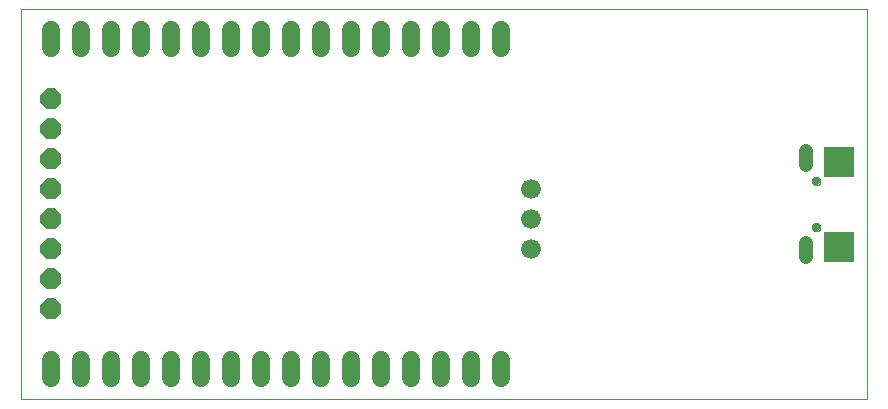
<source format=gbs>
G75*
%MOIN*%
%OFA0B0*%
%FSLAX25Y25*%
%IPPOS*%
%LPD*%
%AMOC8*
5,1,8,0,0,1.08239X$1,22.5*
%
%ADD10C,0.00000*%
%ADD11C,0.05906*%
%ADD12OC8,0.07000*%
%ADD13C,0.06600*%
%ADD14C,0.04724*%
%ADD15R,0.09843X0.09843*%
%ADD16C,0.02756*%
D10*
X0001300Y0001300D02*
X0001300Y0131300D01*
X0283221Y0131300D01*
X0283221Y0001300D01*
X0001300Y0001300D01*
X0264922Y0058623D02*
X0264924Y0058697D01*
X0264930Y0058771D01*
X0264940Y0058844D01*
X0264954Y0058917D01*
X0264971Y0058989D01*
X0264993Y0059059D01*
X0265018Y0059129D01*
X0265047Y0059197D01*
X0265080Y0059263D01*
X0265116Y0059328D01*
X0265156Y0059390D01*
X0265198Y0059451D01*
X0265244Y0059509D01*
X0265293Y0059564D01*
X0265345Y0059617D01*
X0265400Y0059667D01*
X0265457Y0059713D01*
X0265517Y0059757D01*
X0265579Y0059797D01*
X0265643Y0059834D01*
X0265709Y0059868D01*
X0265777Y0059898D01*
X0265846Y0059924D01*
X0265917Y0059947D01*
X0265988Y0059965D01*
X0266061Y0059980D01*
X0266134Y0059991D01*
X0266208Y0059998D01*
X0266282Y0060001D01*
X0266355Y0060000D01*
X0266429Y0059995D01*
X0266503Y0059986D01*
X0266576Y0059973D01*
X0266648Y0059956D01*
X0266719Y0059936D01*
X0266789Y0059911D01*
X0266857Y0059883D01*
X0266924Y0059852D01*
X0266989Y0059816D01*
X0267052Y0059778D01*
X0267113Y0059736D01*
X0267172Y0059690D01*
X0267228Y0059642D01*
X0267281Y0059591D01*
X0267331Y0059537D01*
X0267379Y0059480D01*
X0267423Y0059421D01*
X0267465Y0059359D01*
X0267503Y0059296D01*
X0267537Y0059230D01*
X0267568Y0059163D01*
X0267595Y0059094D01*
X0267618Y0059024D01*
X0267638Y0058953D01*
X0267654Y0058880D01*
X0267666Y0058807D01*
X0267674Y0058734D01*
X0267678Y0058660D01*
X0267678Y0058586D01*
X0267674Y0058512D01*
X0267666Y0058439D01*
X0267654Y0058366D01*
X0267638Y0058293D01*
X0267618Y0058222D01*
X0267595Y0058152D01*
X0267568Y0058083D01*
X0267537Y0058016D01*
X0267503Y0057950D01*
X0267465Y0057887D01*
X0267423Y0057825D01*
X0267379Y0057766D01*
X0267331Y0057709D01*
X0267281Y0057655D01*
X0267228Y0057604D01*
X0267172Y0057556D01*
X0267113Y0057510D01*
X0267052Y0057468D01*
X0266989Y0057430D01*
X0266924Y0057394D01*
X0266857Y0057363D01*
X0266789Y0057335D01*
X0266719Y0057310D01*
X0266648Y0057290D01*
X0266576Y0057273D01*
X0266503Y0057260D01*
X0266429Y0057251D01*
X0266355Y0057246D01*
X0266282Y0057245D01*
X0266208Y0057248D01*
X0266134Y0057255D01*
X0266061Y0057266D01*
X0265988Y0057281D01*
X0265917Y0057299D01*
X0265846Y0057322D01*
X0265777Y0057348D01*
X0265709Y0057378D01*
X0265643Y0057412D01*
X0265579Y0057449D01*
X0265517Y0057489D01*
X0265457Y0057533D01*
X0265400Y0057579D01*
X0265345Y0057629D01*
X0265293Y0057682D01*
X0265244Y0057737D01*
X0265198Y0057795D01*
X0265156Y0057856D01*
X0265116Y0057918D01*
X0265080Y0057983D01*
X0265047Y0058049D01*
X0265018Y0058117D01*
X0264993Y0058187D01*
X0264971Y0058257D01*
X0264954Y0058329D01*
X0264940Y0058402D01*
X0264930Y0058475D01*
X0264924Y0058549D01*
X0264922Y0058623D01*
X0272599Y0053898D02*
X0274765Y0053898D01*
X0274765Y0053899D02*
X0274839Y0053902D01*
X0274914Y0053901D01*
X0274989Y0053897D01*
X0275064Y0053888D01*
X0275138Y0053876D01*
X0275211Y0053860D01*
X0275284Y0053841D01*
X0275355Y0053818D01*
X0275425Y0053791D01*
X0275494Y0053761D01*
X0275561Y0053727D01*
X0275626Y0053690D01*
X0275689Y0053650D01*
X0275750Y0053607D01*
X0275809Y0053560D01*
X0275865Y0053511D01*
X0275919Y0053459D01*
X0275970Y0053404D01*
X0276019Y0053346D01*
X0276064Y0053287D01*
X0276106Y0053225D01*
X0276145Y0053161D01*
X0276181Y0053095D01*
X0276214Y0053027D01*
X0276243Y0052958D01*
X0276268Y0052887D01*
X0276290Y0052816D01*
X0276308Y0052743D01*
X0276322Y0052669D01*
X0276333Y0052595D01*
X0276340Y0052520D01*
X0276339Y0052520D02*
X0276339Y0051733D01*
X0276340Y0051733D02*
X0276333Y0051658D01*
X0276322Y0051584D01*
X0276308Y0051510D01*
X0276290Y0051437D01*
X0276268Y0051366D01*
X0276243Y0051295D01*
X0276214Y0051226D01*
X0276181Y0051158D01*
X0276145Y0051092D01*
X0276106Y0051028D01*
X0276064Y0050966D01*
X0276019Y0050907D01*
X0275970Y0050849D01*
X0275919Y0050794D01*
X0275865Y0050742D01*
X0275809Y0050693D01*
X0275750Y0050646D01*
X0275689Y0050603D01*
X0275626Y0050563D01*
X0275561Y0050526D01*
X0275494Y0050492D01*
X0275425Y0050462D01*
X0275355Y0050435D01*
X0275284Y0050412D01*
X0275211Y0050393D01*
X0275138Y0050377D01*
X0275064Y0050365D01*
X0274989Y0050356D01*
X0274914Y0050352D01*
X0274839Y0050351D01*
X0274765Y0050354D01*
X0274765Y0050355D02*
X0272599Y0050355D01*
X0272527Y0050357D01*
X0272455Y0050363D01*
X0272383Y0050372D01*
X0272312Y0050385D01*
X0272242Y0050402D01*
X0272173Y0050422D01*
X0272105Y0050447D01*
X0272039Y0050474D01*
X0271973Y0050505D01*
X0271910Y0050540D01*
X0271848Y0050577D01*
X0271789Y0050618D01*
X0271732Y0050662D01*
X0271677Y0050709D01*
X0271625Y0050759D01*
X0271575Y0050811D01*
X0271528Y0050866D01*
X0271484Y0050923D01*
X0271443Y0050982D01*
X0271406Y0051044D01*
X0271371Y0051107D01*
X0271340Y0051173D01*
X0271313Y0051239D01*
X0271288Y0051307D01*
X0271268Y0051376D01*
X0271251Y0051446D01*
X0271238Y0051517D01*
X0271229Y0051589D01*
X0271223Y0051661D01*
X0271221Y0051733D01*
X0271221Y0052520D01*
X0271223Y0052592D01*
X0271229Y0052664D01*
X0271238Y0052736D01*
X0271251Y0052807D01*
X0271268Y0052877D01*
X0271288Y0052946D01*
X0271313Y0053014D01*
X0271340Y0053080D01*
X0271371Y0053146D01*
X0271406Y0053209D01*
X0271443Y0053271D01*
X0271484Y0053330D01*
X0271528Y0053387D01*
X0271575Y0053442D01*
X0271625Y0053494D01*
X0271677Y0053544D01*
X0271732Y0053591D01*
X0271789Y0053635D01*
X0271848Y0053676D01*
X0271910Y0053713D01*
X0271973Y0053748D01*
X0272039Y0053779D01*
X0272105Y0053806D01*
X0272173Y0053831D01*
X0272242Y0053851D01*
X0272312Y0053868D01*
X0272383Y0053881D01*
X0272455Y0053890D01*
X0272527Y0053896D01*
X0272599Y0053898D01*
X0264922Y0073977D02*
X0264924Y0074051D01*
X0264930Y0074125D01*
X0264940Y0074198D01*
X0264954Y0074271D01*
X0264971Y0074343D01*
X0264993Y0074413D01*
X0265018Y0074483D01*
X0265047Y0074551D01*
X0265080Y0074617D01*
X0265116Y0074682D01*
X0265156Y0074744D01*
X0265198Y0074805D01*
X0265244Y0074863D01*
X0265293Y0074918D01*
X0265345Y0074971D01*
X0265400Y0075021D01*
X0265457Y0075067D01*
X0265517Y0075111D01*
X0265579Y0075151D01*
X0265643Y0075188D01*
X0265709Y0075222D01*
X0265777Y0075252D01*
X0265846Y0075278D01*
X0265917Y0075301D01*
X0265988Y0075319D01*
X0266061Y0075334D01*
X0266134Y0075345D01*
X0266208Y0075352D01*
X0266282Y0075355D01*
X0266355Y0075354D01*
X0266429Y0075349D01*
X0266503Y0075340D01*
X0266576Y0075327D01*
X0266648Y0075310D01*
X0266719Y0075290D01*
X0266789Y0075265D01*
X0266857Y0075237D01*
X0266924Y0075206D01*
X0266989Y0075170D01*
X0267052Y0075132D01*
X0267113Y0075090D01*
X0267172Y0075044D01*
X0267228Y0074996D01*
X0267281Y0074945D01*
X0267331Y0074891D01*
X0267379Y0074834D01*
X0267423Y0074775D01*
X0267465Y0074713D01*
X0267503Y0074650D01*
X0267537Y0074584D01*
X0267568Y0074517D01*
X0267595Y0074448D01*
X0267618Y0074378D01*
X0267638Y0074307D01*
X0267654Y0074234D01*
X0267666Y0074161D01*
X0267674Y0074088D01*
X0267678Y0074014D01*
X0267678Y0073940D01*
X0267674Y0073866D01*
X0267666Y0073793D01*
X0267654Y0073720D01*
X0267638Y0073647D01*
X0267618Y0073576D01*
X0267595Y0073506D01*
X0267568Y0073437D01*
X0267537Y0073370D01*
X0267503Y0073304D01*
X0267465Y0073241D01*
X0267423Y0073179D01*
X0267379Y0073120D01*
X0267331Y0073063D01*
X0267281Y0073009D01*
X0267228Y0072958D01*
X0267172Y0072910D01*
X0267113Y0072864D01*
X0267052Y0072822D01*
X0266989Y0072784D01*
X0266924Y0072748D01*
X0266857Y0072717D01*
X0266789Y0072689D01*
X0266719Y0072664D01*
X0266648Y0072644D01*
X0266576Y0072627D01*
X0266503Y0072614D01*
X0266429Y0072605D01*
X0266355Y0072600D01*
X0266282Y0072599D01*
X0266208Y0072602D01*
X0266134Y0072609D01*
X0266061Y0072620D01*
X0265988Y0072635D01*
X0265917Y0072653D01*
X0265846Y0072676D01*
X0265777Y0072702D01*
X0265709Y0072732D01*
X0265643Y0072766D01*
X0265579Y0072803D01*
X0265517Y0072843D01*
X0265457Y0072887D01*
X0265400Y0072933D01*
X0265345Y0072983D01*
X0265293Y0073036D01*
X0265244Y0073091D01*
X0265198Y0073149D01*
X0265156Y0073210D01*
X0265116Y0073272D01*
X0265080Y0073337D01*
X0265047Y0073403D01*
X0265018Y0073471D01*
X0264993Y0073541D01*
X0264971Y0073611D01*
X0264954Y0073683D01*
X0264940Y0073756D01*
X0264930Y0073829D01*
X0264924Y0073903D01*
X0264922Y0073977D01*
X0272599Y0078702D02*
X0274961Y0078702D01*
X0274962Y0078701D02*
X0275039Y0078713D01*
X0275115Y0078728D01*
X0275191Y0078747D01*
X0275265Y0078770D01*
X0275339Y0078796D01*
X0275410Y0078826D01*
X0275481Y0078860D01*
X0275549Y0078896D01*
X0275616Y0078937D01*
X0275681Y0078980D01*
X0275743Y0079026D01*
X0275804Y0079076D01*
X0275861Y0079128D01*
X0275916Y0079184D01*
X0275968Y0079241D01*
X0276018Y0079302D01*
X0276064Y0079364D01*
X0276107Y0079429D01*
X0276147Y0079496D01*
X0276184Y0079565D01*
X0276217Y0079635D01*
X0276247Y0079707D01*
X0276273Y0079781D01*
X0276295Y0079855D01*
X0276314Y0079931D01*
X0276329Y0080007D01*
X0276340Y0080084D01*
X0276348Y0080162D01*
X0276352Y0080240D01*
X0276351Y0080318D01*
X0276348Y0080395D01*
X0276340Y0080473D01*
X0276348Y0080551D01*
X0276351Y0080628D01*
X0276352Y0080706D01*
X0276348Y0080784D01*
X0276340Y0080862D01*
X0276329Y0080939D01*
X0276314Y0081015D01*
X0276295Y0081091D01*
X0276273Y0081165D01*
X0276247Y0081239D01*
X0276217Y0081311D01*
X0276184Y0081381D01*
X0276147Y0081450D01*
X0276107Y0081517D01*
X0276064Y0081582D01*
X0276018Y0081644D01*
X0275968Y0081705D01*
X0275916Y0081762D01*
X0275861Y0081818D01*
X0275804Y0081870D01*
X0275743Y0081920D01*
X0275681Y0081966D01*
X0275616Y0082009D01*
X0275549Y0082050D01*
X0275481Y0082086D01*
X0275410Y0082120D01*
X0275339Y0082150D01*
X0275265Y0082176D01*
X0275191Y0082199D01*
X0275115Y0082218D01*
X0275039Y0082233D01*
X0274962Y0082245D01*
X0274961Y0082245D02*
X0272599Y0082245D01*
X0272522Y0082233D01*
X0272446Y0082218D01*
X0272370Y0082199D01*
X0272296Y0082176D01*
X0272222Y0082150D01*
X0272151Y0082120D01*
X0272080Y0082086D01*
X0272012Y0082050D01*
X0271945Y0082009D01*
X0271880Y0081966D01*
X0271818Y0081920D01*
X0271757Y0081870D01*
X0271700Y0081818D01*
X0271645Y0081762D01*
X0271593Y0081705D01*
X0271543Y0081644D01*
X0271497Y0081582D01*
X0271454Y0081517D01*
X0271414Y0081450D01*
X0271377Y0081381D01*
X0271344Y0081311D01*
X0271314Y0081239D01*
X0271288Y0081165D01*
X0271266Y0081091D01*
X0271247Y0081015D01*
X0271232Y0080939D01*
X0271221Y0080862D01*
X0271213Y0080784D01*
X0271209Y0080706D01*
X0271210Y0080628D01*
X0271213Y0080551D01*
X0271221Y0080473D01*
X0271213Y0080395D01*
X0271210Y0080318D01*
X0271209Y0080240D01*
X0271213Y0080162D01*
X0271221Y0080084D01*
X0271232Y0080007D01*
X0271247Y0079931D01*
X0271266Y0079855D01*
X0271288Y0079781D01*
X0271314Y0079707D01*
X0271344Y0079635D01*
X0271377Y0079565D01*
X0271414Y0079496D01*
X0271454Y0079429D01*
X0271497Y0079364D01*
X0271543Y0079302D01*
X0271593Y0079241D01*
X0271645Y0079184D01*
X0271700Y0079128D01*
X0271757Y0079076D01*
X0271818Y0079026D01*
X0271880Y0078980D01*
X0271945Y0078937D01*
X0272012Y0078896D01*
X0272080Y0078860D01*
X0272151Y0078826D01*
X0272222Y0078796D01*
X0272296Y0078770D01*
X0272370Y0078747D01*
X0272446Y0078728D01*
X0272522Y0078713D01*
X0272599Y0078701D01*
D11*
X0161300Y0118347D02*
X0161300Y0124253D01*
X0151300Y0124253D02*
X0151300Y0118347D01*
X0141300Y0118347D02*
X0141300Y0124253D01*
X0131300Y0124253D02*
X0131300Y0118347D01*
X0121300Y0118347D02*
X0121300Y0124253D01*
X0111300Y0124253D02*
X0111300Y0118347D01*
X0101300Y0118347D02*
X0101300Y0124253D01*
X0091300Y0124253D02*
X0091300Y0118347D01*
X0081300Y0118347D02*
X0081300Y0124253D01*
X0071300Y0124253D02*
X0071300Y0118347D01*
X0061300Y0118347D02*
X0061300Y0124253D01*
X0051300Y0124253D02*
X0051300Y0118347D01*
X0041300Y0118347D02*
X0041300Y0124253D01*
X0031300Y0124253D02*
X0031300Y0118347D01*
X0021300Y0118347D02*
X0021300Y0124253D01*
X0011300Y0124253D02*
X0011300Y0118347D01*
X0011300Y0014253D02*
X0011300Y0008347D01*
X0021300Y0008347D02*
X0021300Y0014253D01*
X0031300Y0014253D02*
X0031300Y0008347D01*
X0041300Y0008347D02*
X0041300Y0014253D01*
X0051300Y0014253D02*
X0051300Y0008347D01*
X0061300Y0008347D02*
X0061300Y0014253D01*
X0071300Y0014253D02*
X0071300Y0008347D01*
X0081300Y0008347D02*
X0081300Y0014253D01*
X0091300Y0014253D02*
X0091300Y0008347D01*
X0101300Y0008347D02*
X0101300Y0014253D01*
X0111300Y0014253D02*
X0111300Y0008347D01*
X0121300Y0008347D02*
X0121300Y0014253D01*
X0131300Y0014253D02*
X0131300Y0008347D01*
X0141300Y0008347D02*
X0141300Y0014253D01*
X0151300Y0014253D02*
X0151300Y0008347D01*
X0161300Y0008347D02*
X0161300Y0014253D01*
D12*
X0011300Y0031300D03*
X0011300Y0041300D03*
X0011300Y0051300D03*
X0011300Y0061300D03*
X0011300Y0071300D03*
X0011300Y0081300D03*
X0011300Y0091300D03*
X0011300Y0101300D03*
D13*
X0171300Y0071300D03*
X0171300Y0061300D03*
X0171300Y0051300D03*
D14*
X0262757Y0053308D02*
X0262757Y0048583D01*
X0262757Y0079292D02*
X0262757Y0084017D01*
D15*
X0273780Y0080473D03*
X0273780Y0052127D03*
D16*
X0266300Y0058623D03*
X0266300Y0073977D03*
M02*

</source>
